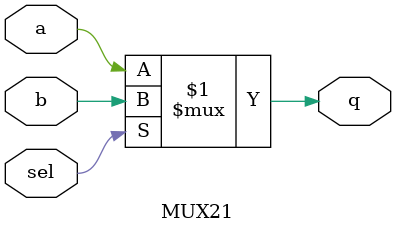
<source format=v>
`timescale 1ns / 1ps
module MUX21(q, sel, a, b);
	input sel, a, b;
	output q;

	assign q = sel?b:a;
endmodule

</source>
